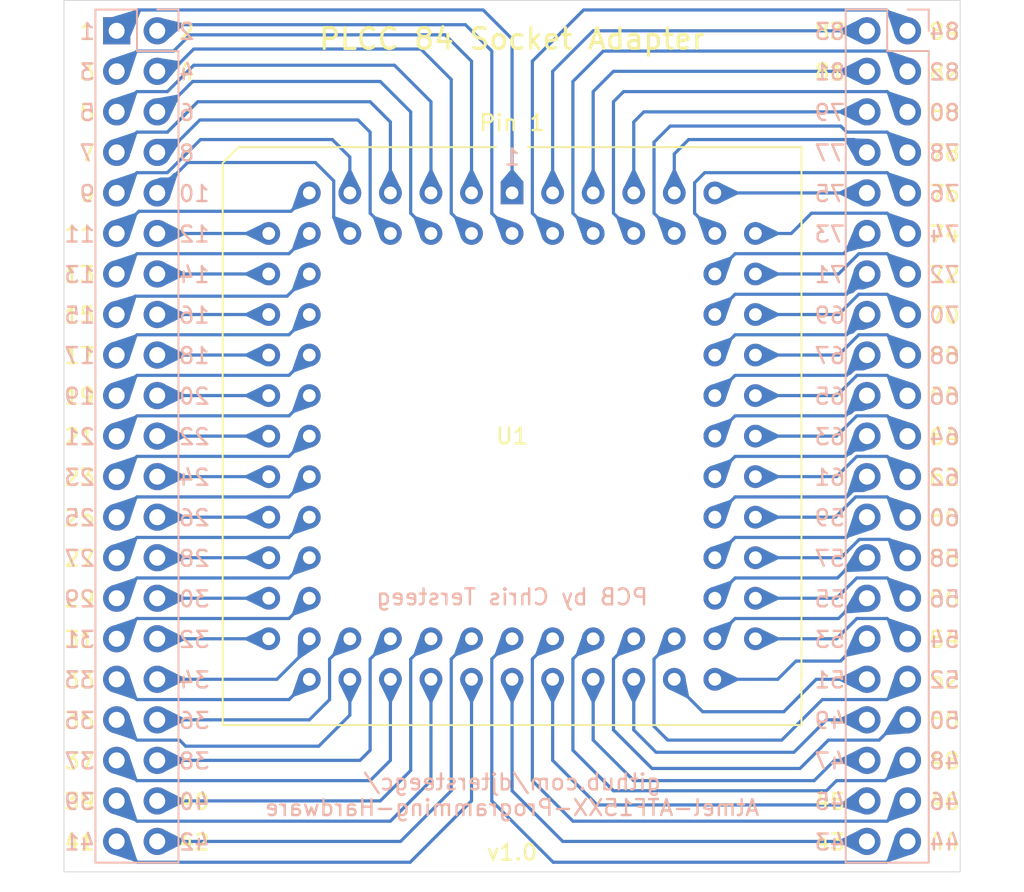
<source format=kicad_pcb>
(kicad_pcb (version 20240108) (generator "pcbnew") (generator_version "8.0")
  (title_block (title "PLCC-84 Socket Adapter") (date "2025-02-20") (rev "v1.0") (company "Chris Tersteeg"))
  (layers (0 "F.Cu" signal) (31 "B.Cu" signal) (34 "B.Paste" user) (35 "F.Paste" user) (36 "B.SilkS" user "B.Silkscreen") (37 "F.SilkS" user "F.Silkscreen") (38 "B.Mask" user) (39 "F.Mask" user) (44 "Edge.Cuts" user))
  (net 0 "")
  (net 1 "/Pin20")
  (net 2 "/Pin23")
  (net 3 "/Pin11")
  (net 4 "/Pin15")
  (net 5 "/Pin26")
  (net 6 "/Pin31")
  (net 7 "/Pin35")
  (net 8 "/Pin16")
  (net 9 "/Pin21")
  (net 10 "/Pin4")
  (net 11 "/Pin3")
  (net 12 "/Pin25")
  (net 13 "/Pin9")
  (net 14 "/Pin28")
  (net 15 "/Pin33")
  (net 16 "/Pin18")
  (net 17 "/Pin6")
  (net 18 "/Pin19")
  (net 19 "/Pin32")
  (net 20 "/Pin13")
  (net 21 "/Pin36")
  (net 22 "/Pin30")
  (net 23 "/Pin39")
  (net 24 "/Pin12")
  (net 25 "/Pin29")
  (net 26 "/Pin22")
  (net 27 "/Pin40")
  (net 28 "/Pin27")
  (net 29 "/Pin42")
  (net 30 "/Pin5")
  (net 31 "/Pin24")
  (net 32 "/Pin8")
  (net 33 "/Pin34")
  (net 34 "/Pin14")
  (net 35 "/Pin41")
  (net 36 "/Pin1")
  (net 37 "/Pin17")
  (net 38 "/Pin37")
  (net 39 "/Pin2")
  (net 40 "/Pin7")
  (net 41 "/Pin38")
  (net 42 "/Pin10")
  (net 43 "/Pin45")
  (net 44 "/Pin50")
  (net 45 "/Pin61")
  (net 46 "/Pin48")
  (net 47 "/Pin64")
  (net 48 "/Pin46")
  (net 49 "/Pin52")
  (net 50 "/Pin59")
  (net 51 "/Pin74")
  (net 52 "/Pin69")
  (net 53 "/Pin51")
  (net 54 "/Pin62")
  (net 55 "/Pin60")
  (net 56 "/Pin44")
  (net 57 "/Pin70")
  (net 58 "/Pin53")
  (net 59 "/Pin71")
  (net 60 "/Pin66")
  (net 61 "/Pin65")
  (net 62 "/Pin72")
  (net 63 "/Pin47")
  (net 64 "/Pin79")
  (net 65 "/Pin82")
  (net 66 "/Pin58")
  (net 67 "/Pin43")
  (net 68 "/Pin67")
  (net 69 "/Pin57")
  (net 70 "/Pin83")
  (net 71 "/Pin81")
  (net 72 "/Pin73")
  (net 73 "/Pin68")
  (net 74 "/Pin84")
  (net 75 "/Pin55")
  (net 76 "/Pin80")
  (net 77 "/Pin76")
  (net 78 "/Pin54")
  (net 79 "/Pin63")
  (net 80 "/Pin78")
  (net 81 "/Pin56")
  (net 82 "/Pin49")
  (net 83 "/Pin77")
  (net 84 "/Pin75")
  (footprint "Package_LCC:PLCC-84_THT-Socket" (layer "F.Cu") (at 160.02 78.74)
    (property "Reference" "U1")
    (property "Value" "ATF1508AS-10JU84")
  )
  (footprint "Connector_PinHeader_2.54mm:PinHeader_2x21_P2.54mm_Vertical" (layer "B.Cu") (at 137.795 68.58 180)
    (property "Reference" "J1" (hide yes))
    (property "Value" "Conn_02x21_Odd_Even")
  )
  (footprint "Connector_PinHeader_2.54mm:PinHeader_2x21_P2.54mm_Vertical" (layer "B.Cu") (at 184.785 68.58 180)
    (property "Reference" "J2" (hide yes))
    (property "Value" "Conn_02x21_Odd_Even")
  )
  (gr_line (start 188.087 121.285) (end 131.953 121.285) (stroke (width 0.05)) (layer "Edge.Cuts"))
  (gr_line (start 131.953 66.675) (end 188.087 66.675) (stroke (width 0.05)) (layer "Edge.Cuts"))
  (gr_line (start 131.953 121.285) (end 131.953 66.675) (stroke (width 0.05)) (layer "Edge.Cuts"))
  (gr_line (start 188.087 66.675) (end 188.087 121.285) (stroke (width 0.05)) (layer "Edge.Cuts"))
  (gr_text "51" (at 180.975 109.855 0) (layer "B.SilkS") (effects (font (size 1 1) (thickness 0.15) (bold yes)) (justify left bottom mirror)))
  (gr_text "15" (at 133.985 86.995 0) (layer "B.SilkS") (effects (font (size 1 1) (thickness 0.15) (bold yes)) (justify left bottom mirror)))
  (gr_text "53" (at 180.975 107.315 0) (layer "B.SilkS") (effects (font (size 1 1) (thickness 0.15) (bold yes)) (justify left bottom mirror)))
  (gr_text "77" (at 180.975 76.835 0) (layer "B.SilkS") (effects (font (size 1 1) (thickness 0.15) (bold yes)) (justify left bottom mirror)))
  (gr_text "PCB by Chris Tersteeg" (at 160.02 104.648 0) (layer "B.SilkS") (effects (font (size 1 1) (thickness 0.15) (bold yes)) (justify bottom mirror)))
  (gr_text "42" (at 139.065 120.015 0) (layer "B.SilkS") (effects (font (size 1 1) (thickness 0.15) (bold yes)) (justify right bottom mirror)))
  (gr_text "16" (at 139.065 86.995 0) (layer "B.SilkS") (effects (font (size 1 1) (thickness 0.15) (bold yes)) (justify right bottom mirror)))
  (gr_text "11" (at 133.985 81.915 0) (layer "B.SilkS") (effects (font (size 1 1) (thickness 0.15) (bold yes)) (justify left bottom mirror)))
  (gr_text "67" (at 180.975 89.535 0) (layer "B.SilkS") (effects (font (size 1 1) (thickness 0.15) (bold yes)) (justify left bottom mirror)))
  (gr_text "63" (at 180.975 94.615 0) (layer "B.SilkS") (effects (font (size 1 1) (thickness 0.15) (bold yes)) (justify left bottom mirror)))
  (gr_text "48" (at 186.055 114.935 0) (layer "B.SilkS") (effects (font (size 1 1) (thickness 0.15) (bold yes)) (justify right bottom mirror)))
  (gr_text "33" (at 133.985 109.855 0) (layer "B.SilkS") (effects (font (size 1 1) (thickness 0.15) (bold yes)) (justify left bottom mirror)))
  (gr_text "30" (at 139.065 104.775 0) (layer "B.SilkS") (effects (font (size 1 1) (thickness 0.15) (bold yes)) (justify right bottom mirror)))
  (gr_text "8" (at 139.065 76.835 0) (layer "B.SilkS") (effects (font (size 1 1) (thickness 0.15) (bold yes)) (justify right bottom mirror)))
  (gr_text "80" (at 186.055 74.295 0) (layer "B.SilkS") (effects (font (size 1 1) (thickness 0.15) (bold yes)) (justify right bottom mirror)))
  (gr_text "6" (at 139.065 74.295 0) (layer "B.SilkS") (effects (font (size 1 1) (thickness 0.15) (bold yes)) (justify right bottom mirror)))
  (gr_text "31" (at 133.985 107.315 0) (layer "B.SilkS") (effects (font (size 1 1) (thickness 0.15) (bold yes)) (justify left bottom mirror)))
  (gr_text "10" (at 139.065 79.375 0) (layer "B.SilkS") (effects (font (size 1 1) (thickness 0.15) (bold yes)) (justify right bottom mirror)))
  (gr_text "17" (at 133.985 89.535 0) (layer "B.SilkS") (effects (font (size 1 1) (thickness 0.15) (bold yes)) (justify left bottom mirror)))
  (gr_text "28" (at 139.065 102.235 0) (layer "B.SilkS") (effects (font (size 1 1) (thickness 0.15) (bold yes)) (justify right bottom mirror)))
  (gr_text "22" (at 139.065 94.615 0) (layer "B.SilkS") (effects (font (size 1 1) (thickness 0.15) (bold yes)) (justify right bottom mirror)))
  (gr_text "45" (at 180.975 117.475 0) (layer "B.SilkS") (effects (font (size 1 1) (thickness 0.15) (bold yes)) (justify left bottom mirror)))
  (gr_text "37" (at 133.985 114.935 0) (layer "B.SilkS") (effects (font (size 1 1) (thickness 0.15) (bold yes)) (justify left bottom mirror)))
  (gr_text "61" (at 180.975 97.155 0) (layer "B.SilkS") (effects (font (size 1 1) (thickness 0.15) (bold yes)) (justify left bottom mirror)))
  (gr_text "73" (at 180.975 81.915 0) (layer "B.SilkS") (effects (font (size 1 1) (thickness 0.15) (bold yes)) (justify left bottom mirror)))
  (gr_text "2" (at 139.065 69.215 0) (layer "B.SilkS") (effects (font (size 1 1) (thickness 0.15) (bold yes)) (justify right bottom mirror)))
  (gr_text "54" (at 186.055 107.315 0) (layer "B.SilkS") (effects (font (size 1 1) (thickness 0.15) (bold yes)) (justify right bottom mirror)))
  (gr_text "github.com/djtersteegc/\nAtmel-ATF15XX-Programming-Hardware" (at 160.02 117.856 0) (layer "B.SilkS") (effects (font (size 1 1) (thickness 0.15) (bold yes)) (justify bottom mirror)))
  (gr_text "82" (at 186.055 71.755 0) (layer "B.SilkS") (effects (font (size 1 1) (thickness 0.15) (bold yes)) (justify right bottom mirror)))
  (gr_text "20" (at 139.065 92.075 0) (layer "B.SilkS") (effects (font (size 1 1) (thickness 0.15) (bold yes)) (justify right bottom mirror)))
  (gr_text "78" (at 186.055 76.835 0) (layer "B.SilkS") (effects (font (size 1 1) (thickness 0.15) (bold yes)) (justify right bottom mirror)))
  (gr_text "44" (at 186.055 120.015 0) (layer "B.SilkS") (effects (font (size 1 1) (thickness 0.15) (bold yes)) (justify right bottom mirror)))
  (gr_text "64" (at 186.055 94.615 0) (layer "B.SilkS") (effects (font (size 1 1) (thickness 0.15) (bold yes)) (justify right bottom mirror)))
  (gr_text "46" (at 186.055 117.475 0) (layer "B.SilkS") (effects (font (size 1 1) (thickness 0.15) (bold yes)) (justify right bottom mirror)))
  (gr_text "27" (at 133.985 102.235 0) (layer "B.SilkS") (effects (font (size 1 1) (thickness 0.15) (bold yes)) (justify left bottom mirror)))
  (gr_text "25" (at 133.985 99.695 0) (layer "B.SilkS") (effects (font (size 1 1) (thickness 0.15) (bold yes)) (justify left bottom mirror)))
  (gr_text "34" (at 139.065 109.855 0) (layer "B.SilkS") (effects (font (size 1 1) (thickness 0.15) (bold yes)) (justify right bottom mirror)))
  (gr_text "24" (at 139.065 97.155 0) (layer "B.SilkS") (effects (font (size 1 1) (thickness 0.15) (bold yes)) (justify right bottom mirror)))
  (gr_text "66" (at 186.055 92.075 0) (layer "B.SilkS") (effects (font (size 1 1) (thickness 0.15) (bold yes)) (justify right bottom mirror)))
  (gr_text "36" (at 139.065 112.395 0) (layer "B.SilkS") (effects (font (size 1 1) (thickness 0.15) (bold yes)) (justify right bottom mirror)))
  (gr_text "14" (at 139.065 84.455 0) (layer "B.SilkS") (effects (font (size 1 1) (thickness 0.15) (bold yes)) (justify right bottom mirror)))
  (gr_text "1" (at 160.02 77.089 0) (layer "B.SilkS") (effects (font (size 1 1) (thickness 0.15) (bold yes)) (justify bottom mirror)))
  (gr_text "84" (at 186.055 69.215 0) (layer "B.SilkS") (effects (font (size 1 1) (thickness 0.15) (bold yes)) (justify right bottom mirror)))
  (gr_text "29" (at 133.985 104.775 0) (layer "B.SilkS") (effects (font (size 1 1) (thickness 0.15) (bold yes)) (justify left bottom mirror)))
  (gr_text "58" (at 186.055 102.235 0) (layer "B.SilkS") (effects (font (size 1 1) (thickness 0.15) (bold yes)) (justify right bottom mirror)))
  (gr_text "12" (at 139.065 81.915 0) (layer "B.SilkS") (effects (font (size 1 1) (thickness 0.15) (bold yes)) (justify right bottom mirror)))
  (gr_text "65" (at 180.975 92.075 0) (layer "B.SilkS") (effects (font (size 1 1) (thickness 0.15) (bold yes)) (justify left bottom mirror)))
  (gr_text "74" (at 186.055 81.915 0) (layer "B.SilkS") (effects (font (size 1 1) (thickness 0.15) (bold yes)) (justify right bottom mirror)))
  (gr_text "7" (at 133.985 76.835 0) (layer "B.SilkS") (effects (font (size 1 1) (thickness 0.15) (bold yes)) (justify left bottom mirror)))
  (gr_text "5" (at 133.985 74.295 0) (layer "B.SilkS") (effects (font (size 1 1) (thickness 0.15) (bold yes)) (justify left bottom mirror)))
  (gr_text "79" (at 180.975 74.295 0) (layer "B.SilkS") (effects (font (size 1 1) (thickness 0.15) (bold yes)) (justify left bottom mirror)))
  (gr_text "43" (at 180.975 120.015 0) (layer "B.SilkS") (effects (font (size 1 1) (thickness 0.15) (bold yes)) (justify left bottom mirror)))
  (gr_text "47" (at 180.975 114.935 0) (layer "B.SilkS") (effects (font (size 1 1) (thickness 0.15) (bold yes)) (justify left bottom mirror)))
  (gr_text "52" (at 186.055 109.855 0) (layer "B.SilkS") (effects (font (size 1 1) (thickness 0.15) (bold yes)) (justify right bottom mirror)))
  (gr_text "72" (at 186.055 84.455 0) (layer "B.SilkS") (effects (font (size 1 1) (thickness 0.15) (bold yes)) (justify right bottom mirror)))
  (gr_text "26" (at 139.065 99.695 0) (layer "B.SilkS") (effects (font (size 1 1) (thickness 0.15) (bold yes)) (justify right bottom mirror)))
  (gr_text "57" (at 180.975 102.235 0) (layer "B.SilkS") (effects (font (size 1 1) (thickness 0.15) (bold yes)) (justify left bottom mirror)))
  (gr_text "76" (at 186.055 79.375 0) (layer "B.SilkS") (effects (font (size 1 1) (thickness 0.15) (bold yes)) (justify right bottom mirror)))
  (gr_text "3" (at 133.985 71.755 0) (layer "B.SilkS") (effects (font (size 1 1) (thickness 0.15) (bold yes)) (justify left bottom mirror)))
  (gr_text "69" (at 180.975 86.995 0) (layer "B.SilkS") (effects (font (size 1 1) (thickness 0.15) (bold yes)) (justify left bottom mirror)))
  (gr_text "32" (at 139.065 107.315 0) (layer "B.SilkS") (effects (font (size 1 1) (thickness 0.15) (bold yes)) (justify right bottom mirror)))
  (gr_text "56" (at 186.055 104.775 0) (layer "B.SilkS") (effects (font (size 1 1) (thickness 0.15) (bold yes)) (justify right bottom mirror)))
  (gr_text "9" (at 133.985 79.375 0) (layer "B.SilkS") (effects (font (size 1 1) (thickness 0.15) (bold yes)) (justify left bottom mirror)))
  (gr_text "55" (at 180.975 104.775 0) (layer "B.SilkS") (effects (font (size 1 1) (thickness 0.15) (bold yes)) (justify left bottom mirror)))
  (gr_text "70" (at 186.055 86.995 0) (layer "B.SilkS") (effects (font (size 1 1) (thickness 0.15) (bold yes)) (justify right bottom mirror)))
  (gr_text "71" (at 180.975 84.455 0) (layer "B.SilkS") (effects (font (size 1 1) (thickness 0.15) (bold yes)) (justify left bottom mirror)))
  (gr_text "41" (at 133.985 120.015 0) (layer "B.SilkS") (effects (font (size 1 1) (thickness 0.15) (bold yes)) (justify left bottom mirror)))
  (gr_text "81" (at 180.975 71.755 0) (layer "B.SilkS") (effects (font (size 1 1) (thickness 0.15) (bold yes)) (justify left bottom mirror)))
  (gr_text "49" (at 180.975 112.395 0) (layer "B.SilkS") (effects (font (size 1 1) (thickness 0.15) (bold yes)) (justify left bottom mirror)))
  (gr_text "50" (at 186.055 112.395 0) (layer "B.SilkS") (effects (font (size 1 1) (thickness 0.15) (bold yes)) (justify right bottom mirror)))
  (gr_text "19" (at 133.985 92.075 0) (layer "B.SilkS") (effects (font (size 1 1) (thickness 0.15) (bold yes)) (justify left bottom mirror)))
  (gr_text "21" (at 133.985 94.615 0) (layer "B.SilkS") (effects (font (size 1 1) (thickness 0.15) (bold yes)) (justify left bottom mirror)))
  (gr_text "1" (at 133.985 69.215 0) (layer "B.SilkS") (effects (font (size 1 1) (thickness 0.15) (bold yes)) (justify left bottom mirror)))
  (gr_text "18" (at 139.065 89.535 0) (layer "B.SilkS") (effects (font (size 1 1) (thickness 0.15) (bold yes)) (justify right bottom mirror)))
  (gr_text "62" (at 186.055 97.155 0) (layer "B.SilkS") (effects (font (size 1 1) (thickness 0.15) (bold yes)) (justify right bottom mirror)))
  (gr_text "83" (at 180.975 69.215 0) (layer "B.SilkS") (effects (font (size 1 1) (thickness 0.15) (bold yes)) (justify left bottom mirror)))
  (gr_text "13" (at 133.985 84.455 0) (layer "B.SilkS") (effects (font (size 1 1) (thickness 0.15) (bold yes)) (justify left bottom mirror)))
  (gr_text "60" (at 186.055 99.695 0) (layer "B.SilkS") (effects (font (size 1 1) (thickness 0.15) (bold yes)) (justify right bottom mirror)))
  (gr_text "39" (at 133.985 117.475 0) (layer "B.SilkS") (effects (font (size 1 1) (thickness 0.15) (bold yes)) (justify left bottom mirror)))
  (gr_text "40" (at 139.065 117.475 0) (layer "B.SilkS") (effects (font (size 1 1) (thickness 0.15) (bold yes)) (justify right bottom mirror)))
  (gr_text "59" (at 180.975 99.695 0) (layer "B.SilkS") (effects (font (size 1 1) (thickness 0.15) (bold yes)) (justify left bottom mirror)))
  (gr_text "23" (at 133.985 97.155 0) (layer "B.SilkS") (effects (font (size 1 1) (thickness 0.15) (bold yes)) (justify left bottom mirror)))
  (gr_text "38" (at 139.065 114.935 0) (layer "B.SilkS") (effects (font (size 1 1) (thickness 0.15) (bold yes)) (justify right bottom mirror)))
  (gr_text "35" (at 133.985 112.395 0) (layer "B.SilkS") (effects (font (size 1 1) (thickness 0.15) (bold yes)) (justify left bottom mirror)))
  (gr_text "68" (at 186.055 89.535 0) (layer "B.SilkS") (effects (font (size 1 1) (thickness 0.15) (bold yes)) (justify right bottom mirror)))
  (gr_text "75" (at 180.975 79.375 0) (layer "B.SilkS") (effects (font (size 1 1) (thickness 0.15) (bold yes)) (justify left bottom mirror)))
  (gr_text "4" (at 139.065 71.755 0) (layer "B.SilkS") (effects (font (size 1 1) (thickness 0.15) (bold yes)) (justify right bottom mirror)))
  (gr_text "25" (at 133.985 99.695 0) (layer "F.SilkS") (effects (font (size 1 1) (thickness 0.15) (bold yes)) (justify right bottom)))
  (gr_text "43" (at 180.975 120.015 0) (layer "F.SilkS") (effects (font (size 1 1) (thickness 0.15) (bold yes)) (justify right bottom)))
  (gr_text "46" (at 186.055 117.475 0) (layer "F.SilkS") (effects (font (size 1 1) (thickness 0.15) (bold yes)) (justify left bottom)))
  (gr_text "80" (at 186.055 74.295 0) (layer "F.SilkS") (effects (font (size 1 1) (thickness 0.15) (bold yes)) (justify left bottom)))
  (gr_text "23" (at 133.985 97.155 0) (layer "F.SilkS") (effects (font (size 1 1) (thickness 0.15) (bold yes)) (justify right bottom)))
  (gr_text "74" (at 186.055 81.915 0) (layer "F.SilkS") (effects (font (size 1 1) (thickness 0.15) (bold yes)) (justify left bottom)))
  (gr_text "68" (at 186.055 89.535 0) (layer "F.SilkS") (effects (font (size 1 1) (thickness 0.15) (bold yes)) (justify left bottom)))
  (gr_text "60" (at 186.055 99.695 0) (layer "F.SilkS") (effects (font (size 1 1) (thickness 0.15) (bold yes)) (justify left bottom)))
  (gr_text "70" (at 186.055 86.995 0) (layer "F.SilkS") (effects (font (size 1 1) (thickness 0.15) (bold yes)) (justify left bottom)))
  (gr_text "9" (at 133.985 79.375 0) (layer "F.SilkS") (effects (font (size 1 1) (thickness 0.15) (bold yes)) (justify right bottom)))
  (gr_text "15" (at 133.985 86.995 0) (layer "F.SilkS") (effects (font (size 1 1) (thickness 0.15) (bold yes)) (justify right bottom)))
  (gr_text "11" (at 133.985 81.915 0) (layer "F.SilkS") (effects (font (size 1 1) (thickness 0.15) (bold yes)) (justify right bottom)))
  (gr_text "31" (at 133.985 107.315 0) (layer "F.SilkS") (effects (font (size 1 1) (thickness 0.15) (bold yes)) (justify right bottom)))
  (gr_text "78" (at 186.055 76.835 0) (layer "F.SilkS") (effects (font (size 1 1) (thickness 0.15) (bold yes)) (justify left bottom)))
  (gr_text "72" (at 186.055 84.455 0) (layer "F.SilkS") (effects (font (size 1 1) (thickness 0.15) (bold yes)) (justify left bottom)))
  (gr_text "45" (at 180.975 117.475 0) (layer "F.SilkS") (effects (font (size 1 1) (thickness 0.15) (bold yes)) (justify right bottom)))
  (gr_text "5" (at 133.985 74.295 0) (layer "F.SilkS") (effects (font (size 1 1) (thickness 0.15) (bold yes)) (justify right bottom)))
  (gr_text "21" (at 133.985 94.615 0) (layer "F.SilkS") (effects (font (size 1 1) (thickness 0.15) (bold yes)) (justify right bottom)))
  (gr_text "39" (at 133.985 117.475 0) (layer "F.SilkS") (effects (font (size 1 1) (thickness 0.15) (bold yes)) (justify right bottom)))
  (gr_text "52" (at 186.055 109.855 0) (layer "F.SilkS") (effects (font (size 1 1) (thickness 0.15) (bold yes)) (justify left bottom)))
  (gr_text "50" (at 186.055 112.395 0) (layer "F.SilkS") (effects (font (size 1 1) (thickness 0.15) (bold yes)) (justify left bottom)))
  (gr_text "41" (at 133.985 120.015 0) (layer "F.SilkS") (effects (font (size 1 1) (thickness 0.15) (bold yes)) (justify right bottom)))
  (gr_text "4" (at 139.065 71.755 0) (layer "F.SilkS") (effects (font (size 1 1) (thickness 0.15) (bold yes)) (justify left bottom)))
  (gr_text "40" (at 139.065 117.475 0) (layer "F.SilkS") (effects (font (size 1 1) (thickness 0.15) (bold yes)) (justify left bottom)))
  (gr_text "81" (at 180.975 71.755 0) (layer "F.SilkS") (effects (font (size 1 1) (thickness 0.15) (bold yes)) (justify right bottom)))
  (gr_text "3" (at 133.985 71.755 0) (layer "F.SilkS") (effects (font (size 1 1) (thickness 0.15) (bold yes)) (justify right bottom)))
  (gr_text "83" (at 180.975 69.215 0) (layer "F.SilkS") (effects (font (size 1 1) (thickness 0.15) (bold yes)) (justify right bottom)))
  (gr_text "62" (at 186.055 97.155 0) (layer "F.SilkS") (effects (font (size 1 1) (thickness 0.15) (bold yes)) (justify left bottom)))
  (gr_text "33" (at 133.985 109.855 0) (layer "F.SilkS") (effects (font (size 1 1) (thickness 0.15) (bold yes)) (justify right bottom)))
  (gr_text "58" (at 186.055 102.235 0) (layer "F.SilkS") (effects (font (size 1 1) (thickness 0.15) (bold yes)) (justify left bottom)))
  (gr_text "48" (at 186.055 114.935 0) (layer "F.SilkS") (effects (font (size 1 1) (thickness 0.15) (bold yes)) (justify left bottom)))
  (gr_text "42" (at 139.065 120.015 0) (layer "F.SilkS") (effects (font (size 1 1) (thickness 0.15) (bold yes)) (justify left bottom)))
  (gr_text "84" (at 186.055 69.215 0) (layer "F.SilkS") (effects (font (size 1 1) (thickness 0.15) (bold yes)) (justify left bottom)))
  (gr_text "35" (at 133.985 112.395 0) (layer "F.SilkS") (effects (font (size 1 1) (thickness 0.15) (bold yes)) (justify right bottom)))
  (gr_text "13" (at 133.985 84.455 0) (layer "F.SilkS") (effects (font (size 1 1) (thickness 0.15) (bold yes)) (justify right bottom)))
  (gr_text "56" (at 186.055 104.775 0) (layer "F.SilkS") (effects (font (size 1 1) (thickness 0.15) (bold yes)) (justify left bottom)))
  (gr_text "1" (at 133.985 69.215 0) (layer "F.SilkS") (effects (font (size 1 1) (thickness 0.15) (bold yes)) (justify right bottom)))
  (gr_text "7" (at 133.985 76.835 0) (layer "F.SilkS") (effects (font (size 1 1) (thickness 0.15) (bold yes)) (justify right bottom)))
  (gr_text "66" (at 186.055 92.075 0) (layer "F.SilkS") (effects (font (size 1 1) (thickness 0.15) (bold yes)) (justify left bottom)))
  (gr_text "19" (at 133.985 92.075 0) (layer "F.SilkS") (effects (font (size 1 1) (thickness 0.15) (bold yes)) (justify right bottom)))
  (gr_text "76" (at 186.055 79.375 0) (layer "F.SilkS") (effects (font (size 1 1) (thickness 0.15) (bold yes)) (justify left bottom)))
  (gr_text "Pin 1" (at 160.02 74.93 0) (layer "F.SilkS") (effects (font (size 1 1)) (justify bottom)))
  (gr_text "PLCC 84 Socket Adapter" (at 160.02 69.85 0) (layer "F.SilkS") (effects (font (size 1.3 1.3) (thickness 0.2)) (justify bottom)))
  (gr_text "37" (at 133.985 114.935 0) (layer "F.SilkS") (effects (font (size 1 1) (thickness 0.15) (bold yes)) (justify right bottom)))
  (gr_text "27" (at 133.985 102.235 0) (layer "F.SilkS") (effects (font (size 1 1) (thickness 0.15) (bold yes)) (justify right bottom)))
  (gr_text "64" (at 186.055 94.615 0) (layer "F.SilkS") (effects (font (size 1 1) (thickness 0.15) (bold yes)) (justify left bottom)))
  (gr_text "2" (at 139.065 69.215 0) (layer "F.SilkS") (effects (font (size 1 1) (thickness 0.15) (bold yes)) (justify left bottom)))
  (gr_text "44" (at 186.055 120.015 0) (layer "F.SilkS") (effects (font (size 1 1) (thickness 0.15) (bold yes)) (justify left bottom)))
  (gr_text "82" (at 186.055 71.755 0) (layer "F.SilkS") (effects (font (size 1 1) (thickness 0.15) (bold yes)) (justify left bottom)))
  (gr_text "29" (at 133.985 104.775 0) (layer "F.SilkS") (effects (font (size 1 1) (thickness 0.15) (bold yes)) (justify right bottom)))
  (gr_text "54" (at 186.055 107.315 0) (layer "F.SilkS") (effects (font (size 1 1) (thickness 0.15) (bold yes)) (justify left bottom)))
  (gr_text "17" (at 133.985 89.535 0) (layer "F.SilkS") (effects (font (size 1 1) (thickness 0.15) (bold yes)) (justify right bottom)))
  (gr_text "v1.0" (at 160.02 120.65 0) (layer "F.SilkS") (effects (font (size 1 1)) (justify bottom)))
  (segment (start 137.795 91.44) (end 144.78 91.44) (width 0.2) (layer "B.Cu") (net 1))
  (segment (start 146.05 95.25) (end 147.32 93.98) (width 0.2) (layer "B.Cu") (net 2))
  (segment (start 136.525 95.25) (end 146.05 95.25) (width 0.2) (layer "B.Cu") (net 2))
  (segment (start 135.255 96.52) (end 136.525 95.25) (width 0.2) (layer "B.Cu") (net 2))
  (segment (start 136.645 79.89) (end 146.17 79.89) (width 0.2) (layer "B.Cu") (net 3))
  (segment (start 146.17 79.89) (end 147.32 78.74) (width 0.2) (layer "B.Cu") (net 3))
  (segment (start 135.255 81.28) (end 136.645 79.89) (width 0.2) (layer "B.Cu") (net 3))
  (segment (start 136.405 85.21) (end 145.93 85.21) (width 0.2) (layer "B.Cu") (net 4))
  (segment (start 135.255 86.36) (end 136.405 85.21) (width 0.2) (layer "B.Cu") (net 4))
  (segment (start 145.93 85.21) (end 147.32 83.82) (width 0.2) (layer "B.Cu") (net 4))
  (segment (start 137.795 99.06) (end 144.78 99.06) (width 0.2) (layer "B.Cu") (net 5))
  (segment (start 146.05 105.41) (end 147.32 104.14) (width 0.2) (layer "B.Cu") (net 6))
  (segment (start 135.255 106.68) (end 136.525 105.41) (width 0.2) (layer "B.Cu") (net 6))
  (segment (start 136.525 105.41) (end 146.05 105.41) (width 0.2) (layer "B.Cu") (net 6))
  (segment (start 147.914 113.411) (end 149.86 111.465) (width 0.2) (layer "B.Cu") (net 7))
  (segment (start 149.86 111.465) (end 149.86 109.22) (width 0.2) (layer "B.Cu") (net 7))
  (segment (start 136.525 113.03) (end 139.192 113.03) (width 0.2) (layer "B.Cu") (net 7))
  (segment (start 135.255 111.76) (end 136.525 113.03) (width 0.2) (layer "B.Cu") (net 7))
  (segment (start 139.192 113.03) (end 139.573 113.411) (width 0.2) (layer "B.Cu") (net 7))
  (segment (start 139.573 113.411) (end 147.914 113.411) (width 0.2) (layer "B.Cu") (net 7))
  (segment (start 137.795 86.36) (end 144.78 86.36) (width 0.2) (layer "B.Cu") (net 8))
  (segment (start 136.525 92.71) (end 146.05 92.71) (width 0.2) (layer "B.Cu") (net 9))
  (segment (start 146.05 92.71) (end 147.32 91.44) (width 0.2) (layer "B.Cu") (net 9))
  (segment (start 135.255 93.98) (end 136.525 92.71) (width 0.2) (layer "B.Cu") (net 9))
  (segment (start 156.21 71.628) (end 156.21 80.01) (width 0.2) (layer "B.Cu") (net 10))
  (segment (start 138.684 71.12) (end 140.081 69.723) (width 0.2) (layer "B.Cu") (net 10))
  (segment (start 137.795 71.12) (end 138.684 71.12) (width 0.2) (layer "B.Cu") (net 10))
  (segment (start 156.21 80.01) (end 157.48 81.28) (width 0.2) (layer "B.Cu") (net 10))
  (segment (start 140.081 69.723) (end 154.305 69.723) (width 0.2) (layer "B.Cu") (net 10))
  (segment (start 154.305 69.723) (end 156.21 71.628) (width 0.2) (layer "B.Cu") (net 10))
  (segment (start 155.829 68.834) (end 157.48 70.485) (width 0.2) (layer "B.Cu") (net 11))
  (segment (start 157.48 70.485) (end 157.48 78.74) (width 0.2) (layer "B.Cu") (net 11))
  (segment (start 135.255 71.12) (end 136.525 69.85) (width 0.2) (layer "B.Cu") (net 11))
  (segment (start 138.825 69.85) (end 139.841 68.834) (width 0.2) (layer "B.Cu") (net 11))
  (segment (start 139.841 68.834) (end 155.829 68.834) (width 0.2) (layer "B.Cu") (net 11))
  (segment (start 136.525 69.85) (end 138.825 69.85) (width 0.2) (layer "B.Cu") (net 11))
  (segment (start 146.05 97.79) (end 147.32 96.52) (width 0.2) (layer "B.Cu") (net 12))
  (segment (start 136.525 97.79) (end 146.05 97.79) (width 0.2) (layer "B.Cu") (net 12))
  (segment (start 135.255 99.06) (end 136.525 97.79) (width 0.2) (layer "B.Cu") (net 12))
  (segment (start 149.86 76.495) (end 148.76 75.395) (width 0.2) (layer "B.Cu") (net 13))
  (segment (start 136.525 77.47) (end 135.255 78.74) (width 0.2) (layer "B.Cu") (net 13))
  (segment (start 140.505 75.395) (end 138.43 77.47) (width 0.2) (layer "B.Cu") (net 13))
  (segment (start 138.43 77.47) (end 136.525 77.47) (width 0.2) (layer "B.Cu") (net 13))
  (segment (start 149.86 76.495) (end 149.86 78.74) (width 0.2) (layer "B.Cu") (net 13))
  (segment (start 148.76 75.395) (end 140.505 75.395) (width 0.2) (layer "B.Cu") (net 13))
  (segment (start 137.795 101.6) (end 144.78 101.6) (width 0.2) (layer "B.Cu") (net 14))
  (segment (start 146.05 110.49) (end 147.32 109.22) (width 0.2) (layer "B.Cu") (net 15))
  (segment (start 136.525 110.49) (end 135.255 109.22) (width 0.2) (layer "B.Cu") (net 15))
  (segment (start 145.669 110.49) (end 146.05 110.49) (width 0.2) (layer "B.Cu") (net 15))
  (segment (start 145.669 110.49) (end 136.525 110.49) (width 0.2) (layer "B.Cu") (net 15))
  (segment (start 137.795 88.9) (end 144.78 88.9) (width 0.2) (layer "B.Cu") (net 16))
  (segment (start 137.795 73.66) (end 138.1125 73.66) (width 0.2) (layer "B.Cu") (net 17))
  (segment (start 151.765 71.755) (end 153.67 73.66) (width 0.2) (layer "B.Cu") (net 17))
  (segment (start 153.67 80.01) (end 154.94 81.28) (width 0.2) (layer "B.Cu") (net 17))
  (segment (start 140.0175 71.755) (end 151.765 71.755) (width 0.2) (layer "B.Cu") (net 17))
  (segment (start 153.67 73.66) (end 153.67 80.01) (width 0.2) (layer "B.Cu") (net 17))
  (segment (start 138.1125 73.66) (end 140.0175 71.755) (width 0.2) (layer "B.Cu") (net 17))
  (segment (start 136.525 90.17) (end 146.05 90.17) (width 0.2) (layer "B.Cu") (net 18))
  (segment (start 135.255 91.44) (end 136.525 90.17) (width 0.2) (layer "B.Cu") (net 18))
  (segment (start 146.05 90.17) (end 147.32 88.9) (width 0.2) (layer "B.Cu") (net 18))
  (segment (start 137.795 106.68) (end 144.78 106.68) (width 0.2) (layer "B.Cu") (net 19))
  (segment (start 146.05 82.55) (end 147.32 81.28) (width 0.2) (layer "B.Cu") (net 20))
  (segment (start 135.255 83.82) (end 136.525 82.55) (width 0.2) (layer "B.Cu") (net 20))
  (segment (start 136.525 82.55) (end 146.05 82.55) (width 0.2) (layer "B.Cu") (net 20))
  (segment (start 148.59 107.95) (end 149.86 106.68) (width 0.2) (layer "B.Cu") (net 21))
  (segment (start 147.32 111.76) (end 148.59 110.49) (width 0.2) (layer "B.Cu") (net 21))
  (segment (start 148.59 110.49) (end 148.59 107.95) (width 0.2) (layer "B.Cu") (net 21))
  (segment (start 137.795 111.76) (end 147.32 111.76) (width 0.2) (layer "B.Cu") (net 21))
  (segment (start 137.795 104.14) (end 144.78 104.14) (width 0.2) (layer "B.Cu") (net 22))
  (segment (start 136.525 118.11) (end 152.4 118.11) (width 0.2) (layer "B.Cu") (net 23))
  (segment (start 152.4 118.11) (end 154.94 115.57) (width 0.2) (layer "B.Cu") (net 23))
  (segment (start 135.255 116.84) (end 136.525 118.11) (width 0.2) (layer "B.Cu") (net 23))
  (segment (start 154.94 115.57) (end 154.94 109.22) (width 0.2) (layer "B.Cu") (net 23))
  (segment (start 137.795 81.28) (end 144.78 81.28) (width 0.2) (layer "B.Cu") (net 24))
  (segment (start 136.525 102.87) (end 146.05 102.87) (width 0.2) (layer "B.Cu") (net 25))
  (segment (start 135.255 104.14) (end 136.525 102.87) (width 0.2) (layer "B.Cu") (net 25))
  (segment (start 146.05 102.87) (end 147.32 101.6) (width 0.2) (layer "B.Cu") (net 25))
  (segment (start 137.795 93.98) (end 144.78 93.98) (width 0.2) (layer "B.Cu") (net 26))
  (segment (start 151.765 116.84) (end 153.67 114.935) (width 0.2) (layer "B.Cu") (net 27))
  (segment (start 153.67 107.95) (end 154.94 106.68) (width 0.2) (layer "B.Cu") (net 27))
  (segment (start 153.67 114.935) (end 153.67 107.95) (width 0.2) (layer "B.Cu") (net 27))
  (segment (start 137.795 116.84) (end 151.765 116.84) (width 0.2) (layer "B.Cu") (net 27))
  (segment (start 135.255 101.6) (end 136.525 100.33) (width 0.2) (layer "B.Cu") (net 28))
  (segment (start 136.525 100.33) (end 146.05 100.33) (width 0.2) (layer "B.Cu") (net 28))
  (segment (start 146.05 100.33) (end 147.32 99.06) (width 0.2) (layer "B.Cu") (net 28))
  (segment (start 153.035 119.38) (end 156.21 116.205) (width 0.2) (layer "B.Cu") (net 29))
  (segment (start 156.21 116.205) (end 156.21 107.95) (width 0.2) (layer "B.Cu") (net 29))
  (segment (start 156.21 107.95) (end 157.48 106.68) (width 0.2) (layer "B.Cu") (net 29))
  (segment (start 137.795 119.38) (end 153.035 119.38) (width 0.2) (layer "B.Cu") (net 29))
  (segment (start 135.255 73.66) (end 136.525 72.39) (width 0.2) (layer "B.Cu") (net 30))
  (segment (start 152.654 70.739) (end 154.94 73.025) (width 0.2) (layer "B.Cu") (net 30))
  (segment (start 136.525 72.39) (end 138.43 72.39) (width 0.2) (layer "B.Cu") (net 30))
  (segment (start 154.94 73.025) (end 154.94 78.74) (width 0.2) (layer "B.Cu") (net 30))
  (segment (start 138.43 72.39) (end 140.081 70.739) (width 0.2) (layer "B.Cu") (net 30))
  (segment (start 140.081 70.739) (end 152.654 70.739) (width 0.2) (layer "B.Cu") (net 30))
  (segment (start 137.795 96.52) (end 144.78 96.52) (width 0.2) (layer "B.Cu") (net 31))
  (segment (start 150.368 74.168) (end 151.13 74.93) (width 0.2) (layer "B.Cu") (net 32))
  (segment (start 151.13 74.93) (end 151.13 80.01) (width 0.2) (layer "B.Cu") (net 32))
  (segment (start 138.43 76.2) (end 140.462 74.168) (width 0.2) (layer "B.Cu") (net 32))
  (segment (start 137.795 76.2) (end 138.43 76.2) (width 0.2) (layer "B.Cu") (net 32))
  (segment (start 140.462 74.168) (end 150.368 74.168) (width 0.2) (layer "B.Cu") (net 32))
  (segment (start 151.13 80.01) (end 152.4 81.28) (width 0.2) (layer "B.Cu") (net 32))
  (segment (start 147.32 107.188) (end 147.32 106.68) (width 0.2) (layer "B.Cu") (net 33))
  (segment (start 145.288 109.22) (end 147.32 107.188) (width 0.2) (layer "B.Cu") (net 33))
  (segment (start 137.795 109.22) (end 145.288 109.22) (width 0.2) (layer "B.Cu") (net 33))
  (segment (start 137.795 83.82) (end 144.78 83.82) (width 0.2) (layer "B.Cu") (net 34))
  (segment (start 157.48 116.84) (end 157.48 109.22) (width 0.2) (layer "B.Cu") (net 35))
  (segment (start 135.255 119.38) (end 136.56 120.685) (width 0.2) (layer "B.Cu") (net 35))
  (segment (start 136.56 120.685) (end 153.635 120.685) (width 0.2) (layer "B.Cu") (net 35))
  (segment (start 153.635 120.685) (end 157.48 116.84) (width 0.2) (layer "B.Cu") (net 35))
  (segment (start 136.56 67.275) (end 158.207 67.275) (width 0.2) (layer "B.Cu") (net 36))
  (segment (start 158.207 67.275) (end 160.02 69.088) (width 0.2) (layer "B.Cu") (net 36))
  (segment (start 160.02 69.088) (end 160.02 78.74) (width 0.2) (layer "B.Cu") (net 36))
  (segment (start 135.255 68.58) (end 136.56 67.275) (width 0.2) (layer "B.Cu") (net 36))
  (segment (start 136.525 87.63) (end 146.05 87.63) (width 0.2) (layer "B.Cu") (net 37))
  (segment (start 146.05 87.63) (end 147.32 86.36) (width 0.2) (layer "B.Cu") (net 37))
  (segment (start 135.255 88.9) (end 136.525 87.63) (width 0.2) (layer "B.Cu") (net 37))
  (segment (start 151.13 115.57) (end 152.4 114.3) (width 0.2) (layer "B.Cu") (net 38))
  (segment (start 135.255 114.3) (end 136.525 115.57) (width 0.2) (layer "B.Cu") (net 38))
  (segment (start 152.4 114.3) (end 152.4 109.22) (width 0.2) (layer "B.Cu") (net 38))
  (segment (start 136.525 115.57) (end 151.13 115.57) (width 0.2) (layer "B.Cu") (net 38))
  (segment (start 158.75 69.85) (end 158.75 80.01) (width 0.2) (layer "B.Cu") (net 39))
  (segment (start 138.176 68.199) (end 157.099 68.199) (width 0.2) (layer "B.Cu") (net 39))
  (segment (start 158.75 80.01) (end 160.02 81.28) (width 0.2) (layer "B.Cu") (net 39))
  (segment (start 137.795 68.58) (end 138.176 68.199) (width 0.2) (layer "B.Cu") (net 39))
  (segment (start 157.099 68.199) (end 158.75 69.85) (width 0.2) (layer "B.Cu") (net 39))
  (segment (start 136.525 74.93) (end 138.43 74.93) (width 0.2) (layer "B.Cu") (net 40))
  (segment (start 135.255 76.2) (end 136.525 74.93) (width 0.2) (layer "B.Cu") (net 40))
  (segment (start 152.4 74.295) (end 152.4 78.74) (width 0.2) (layer "B.Cu") (net 40))
  (segment (start 151.13 73.025) (end 152.4 74.295) (width 0.2) (layer "B.Cu") (net 40))
  (segment (start 138.43 74.93) (end 140.335 73.025) (width 0.2) (layer "B.Cu") (net 40))
  (segment (start 140.335 73.025) (end 151.13 73.025) (width 0.2) (layer "B.Cu") (net 40))
  (segment (start 151.13 113.665) (end 151.13 107.95) (width 0.2) (layer "B.Cu") (net 41))
  (segment (start 151.13 107.95) (end 152.4 106.68) (width 0.2) (layer "B.Cu") (net 41))
  (segment (start 150.495 114.3) (end 151.13 113.665) (width 0.2) (layer "B.Cu") (net 41))
  (segment (start 137.795 114.3) (end 150.495 114.3) (width 0.2) (layer "B.Cu") (net 41))
  (segment (start 147.701 76.835) (end 148.8488 77.9828) (width 0.2) (layer "B.Cu") (net 42))
  (segment (start 139.7 76.835) (end 147.701 76.835) (width 0.2) (layer "B.Cu") (net 42))
  (segment (start 137.795 78.74) (end 139.7 76.835) (width 0.2) (layer "B.Cu") (net 42))
  (segment (start 148.8488 80.2688) (end 149.86 81.28) (width 0.2) (layer "B.Cu") (net 42))
  (segment (start 148.8488 77.9828) (end 148.8488 80.2688) (width 0.2) (layer "B.Cu") (net 42))
  (segment (start 181.991 117.094) (end 165.354 117.094) (width 0.2) (layer "B.Cu") (net 43))
  (segment (start 182.245 116.84) (end 181.991 117.094) (width 0.2) (layer "B.Cu") (net 43))
  (segment (start 165.354 117.094) (end 162.56 114.3) (width 0.2) (layer "B.Cu") (net 43))
  (segment (start 162.56 114.3) (end 162.56 109.22) (width 0.2) (layer "B.Cu") (net 43))
  (segment (start 168.783 114.808) (end 166.37 112.395) (width 0.2) (layer "B.Cu") (net 44))
  (segment (start 184.277 111.76) (end 183.007 113.03) (width 0.2) (layer "B.Cu") (net 44))
  (segment (start 184.785 111.76) (end 184.277 111.76) (width 0.2) (layer "B.Cu") (net 44))
  (segment (start 166.37 107.95) (end 167.64 106.68) (width 0.2) (layer "B.Cu") (net 44))
  (segment (start 178.054 114.808) (end 168.783 114.808) (width 0.2) (layer "B.Cu") (net 44))
  (segment (start 166.37 112.395) (end 166.37 107.95) (width 0.2) (layer "B.Cu") (net 44))
  (segment (start 179.832 113.03) (end 178.054 114.808) (width 0.2) (layer "B.Cu") (net 44))
  (segment (start 183.007 113.03) (end 179.832 113.03) (width 0.2) (layer "B.Cu") (net 44))
  (segment (start 182.245 96.52) (end 180.975 97.79) (width 0.2) (layer "B.Cu") (net 45))
  (segment (start 173.99 97.79) (end 172.72 99.06) (width 0.2) (layer "B.Cu") (net 45))
  (segment (start 180.975 97.79) (end 173.99 97.79) (width 0.2) (layer "B.Cu") (net 45))
  (segment (start 166.37 116.205) (end 163.83 113.665) (width 0.2) (layer "B.Cu") (net 46))
  (segment (start 179.705 116.205) (end 166.37 116.205) (width 0.2) (layer "B.Cu") (net 46))
  (segment (start 163.83 107.95) (end 165.1 106.68) (width 0.2) (layer "B.Cu") (net 46))
  (segment (start 184.658 114.3) (end 183.388 115.57) (width 0.2) (layer "B.Cu") (net 46))
  (segment (start 184.785 114.3) (end 184.658 114.3) (width 0.2) (layer "B.Cu") (net 46))
  (segment (start 163.83 113.665) (end 163.83 107.95) (width 0.2) (layer "B.Cu") (net 46))
  (segment (start 180.34 115.57) (end 179.705 116.205) (width 0.2) (layer "B.Cu") (net 46))
  (segment (start 183.388 115.57) (end 180.34 115.57) (width 0.2) (layer "B.Cu") (net 46))
  (segment (start 181.61 92.71) (end 180.34 93.98) (width 0.2) (layer "B.Cu") (net 47))
  (segment (start 183.515 92.71) (end 181.61 92.71) (width 0.2) (layer "B.Cu") (net 47))
  (segment (start 180.34 93.98) (end 175.26 93.98) (width 0.2) (layer "B.Cu") (net 47))
  (segment (start 184.785 93.98) (end 183.515 92.71) (width 0.2) (layer "B.Cu") (net 47))
  (segment (start 163.83 118.11) (end 161.29 115.57) (width 0.2) (layer "B.Cu") (net 48))
  (segment (start 161.29 115.57) (end 161.29 107.95) (width 0.2) (layer "B.Cu") (net 48))
  (segment (start 161.29 107.95) (end 162.56 106.68) (width 0.2) (layer "B.Cu") (net 48))
  (segment (start 183.515 118.11) (end 163.83 118.11) (width 0.2) (layer "B.Cu") (net 48))
  (segment (start 184.785 116.84) (end 183.515 118.11) (width 0.2) (layer "B.Cu") (net 48))
  (segment (start 176.911 113.03) (end 169.770686 113.03) (width 0.2) (layer "B.Cu") (net 49))
  (segment (start 183.515 110.49) (end 179.451 110.49) (width 0.2) (layer "B.Cu") (net 49))
  (segment (start 168.91 112.169314) (end 168.91 107.95) (width 0.2) (layer "B.Cu") (net 49))
  (segment (start 169.770686 113.03) (end 168.91 112.169314) (width 0.2) (layer "B.Cu") (net 49))
  (segment (start 168.91 107.95) (end 170.18 106.68) (width 0.2) (layer "B.Cu") (net 49))
  (segment (start 184.785 109.22) (end 183.515 110.49) (width 0.2) (layer "B.Cu") (net 49))
  (segment (start 179.451 110.49) (end 176.911 113.03) (width 0.2) (layer "B.Cu") (net 49))
  (segment (start 173.99 100.33) (end 172.72 101.6) (width 0.2) (layer "B.Cu") (net 50))
  (segment (start 182.245 99.06) (end 180.975 100.33) (width 0.2) (layer "B.Cu") (net 50))
  (segment (start 180.975 100.33) (end 173.99 100.33) (width 0.2) (layer "B.Cu") (net 50))
  (segment (start 178.775 80.01) (end 177.505 81.28) (width 0.2) (layer "B.Cu") (net 51))
  (segment (start 177.505 81.28) (end 175.26 81.28) (width 0.2) (layer "B.Cu") (net 51))
  (segment (start 183.515 80.01) (end 178.775 80.01) (width 0.2) (layer "B.Cu") (net 51))
  (segment (start 184.785 81.28) (end 183.515 80.01) (width 0.2) (layer "B.Cu") (net 51))
  (segment (start 173.99 87.63) (end 172.72 88.9) (width 0.2) (layer "B.Cu") (net 52))
  (segment (start 182.245 86.36) (end 180.975 87.63) (width 0.2) (layer "B.Cu") (net 52))
  (segment (start 180.975 87.63) (end 173.99 87.63) (width 0.2) (layer "B.Cu") (net 52))
  (segment (start 182.245 109.22) (end 179.07 109.22) (width 0.2) (layer "B.Cu") (net 53))
  (segment (start 179.07 109.22) (end 177.038 111.252) (width 0.2) (layer "B.Cu") (net 53))
  (segment (start 177.038 111.252) (end 171.958 111.252) (width 0.2) (layer "B.Cu") (net 53))
  (segment (start 171.958 111.252) (end 170.18 109.474) (width 0.2) (layer "B.Cu") (net 53))
  (segment (start 170.18 109.474) (end 170.18 109.22) (width 0.2) (layer "B.Cu") (net 53))
  (segment (start 184.785 96.52) (end 183.515 95.25) (width 0.2) (layer "B.Cu") (net 54))
  (segment (start 183.515 95.25) (end 181.61 95.25) (width 0.2) (layer "B.Cu") (net 54))
  (segment (start 180.34 96.52) (end 175.26 96.52) (width 0.2) (layer "B.Cu") (net 54))
  (segment (start 181.61 95.25) (end 180.34 96.52) (width 0.2) (layer "B.Cu") (net 54))
  (segment (start 180.270686 99.06) (end 175.26 99.06) (width 0.2) (layer "B.Cu") (net 55))
  (segment (start 181.540686 97.79) (end 180.270686 99.06) (width 0.2) (layer "B.Cu") (net 55))
  (segment (start 184.785 99.06) (end 183.515 97.79) (width 0.2) (layer "B.Cu") (net 55))
  (segment (start 183.515 97.79) (end 181.540686 97.79) (width 0.2) (layer "B.Cu") (net 55))
  (segment (start 183.48 120.685) (end 162.595 120.685) (width 0.2) (layer "B.Cu") (net 56))
  (segment (start 158.75 116.84) (end 158.75 107.95) (width 0.2) (layer "B.Cu") (net 56))
  (segment (start 184.785 119.38) (end 183.48 120.685) (width 0.2) (layer "B.Cu") (net 56))
  (segment (start 162.595 120.685) (end 158.75 116.84) (width 0.2) (layer "B.Cu") (net 56))
  (segment (start 158.75 107.95) (end 160.02 106.68) (width 0.2) (layer "B.Cu") (net 56))
  (segment (start 180.467 86.36) (end 175.26 86.36) (width 0.2) (layer "B.Cu") (net 57))
  (segment (start 184.785 86.36) (end 183.515 85.09) (width 0.2) (layer "B.Cu") (net 57))
  (segment (start 181.737 85.09) (end 180.467 86.36) (width 0.2) (layer "B.Cu") (net 57))
  (segment (start 183.515 85.09) (end 181.737 85.09) (width 0.2) (layer "B.Cu") (net 57))
  (segment (start 172.72 109.22) (end 176.657 109.22) (width 0.2) (layer "B.Cu") (net 58))
  (segment (start 180.594 108.077) (end 181.991 106.68) (width 0.2) (layer "B.Cu") (net 58))
  (segment (start 177.8 108.077) (end 180.594 108.077) (width 0.2) (layer "B.Cu") (net 58))
  (segment (start 176.657 109.22) (end 177.8 108.077) (width 0.2) (layer "B.Cu") (net 58))
  (segment (start 181.991 106.68) (end 182.245 106.68) (width 0.2) (layer "B.Cu") (net 58))
  (segment (start 180.975 85.09) (end 173.99 85.09) (width 0.2) (layer "B.Cu") (net 59))
  (segment (start 173.99 85.09) (end 172.72 86.36) (width 0.2) (layer "B.Cu") (net 59))
  (segment (start 182.245 83.82) (end 180.975 85.09) (width 0.2) (layer "B.Cu") (net 59))
  (segment (start 181.622327 90.17) (end 180.352327 91.44) (width 0.2) (layer "B.Cu") (net 60))
  (segment (start 184.785 91.44) (end 183.515 90.17) (width 0.2) (layer "B.Cu") (net 60))
  (segment (start 180.352327 91.44) (end 175.26 91.44) (width 0.2) (layer "B.Cu") (net 60))
  (segment (start 183.515 90.17) (end 181.622327 90.17) (width 0.2) (layer "B.Cu") (net 60))
  (segment (start 182.1815 91.44) (end 180.9115 92.71) (width 0.2) (layer "B.Cu") (net 61))
  (segment (start 180.9115 92.71) (end 173.99 92.71) (width 0.2) (layer "B.Cu") (net 61))
  (segment (start 173.99 92.71) (end 172.72 93.98) (width 0.2) (layer "B.Cu") (net 61))
  (segment (start 182.245 91.44) (end 182.1815 91.44) (width 0.2) (layer "B.Cu") (net 61))
  (segment (start 181.737 82.55) (end 180.467 83.82) (width 0.2) (layer "B.Cu") (net 62))
  (segment (start 183.515 82.55) (end 181.737 82.55) (width 0.2) (layer "B.Cu") (net 62))
  (segment (start 184.785 83.82) (end 183.515 82.55) (width 0.2) (layer "B.Cu") (net 62))
  (segment (start 180.467 83.82) (end 175.26 83.82) (width 0.2) (layer "B.Cu") (net 62))
  (segment (start 178.943 115.57) (end 167.64 115.57) (width 0.2) (layer "B.Cu") (net 63))
  (segment (start 182.245 114.3) (end 180.213 114.3) (width 0.2) (layer "B.Cu") (net 63))
  (segment (start 165.1 113.03) (end 165.1 109.22) (width 0.2) (layer "B.Cu") (net 63))
  (segment (start 180.213 114.3) (end 178.943 115.57) (width 0.2) (layer "B.Cu") (net 63))
  (segment (start 167.64 115.57) (end 165.1 113.03) (width 0.2) (layer "B.Cu") (net 63))
  (segment (start 182.245 73.66) (end 168.275 73.66) (width 0.2) (layer "B.Cu") (net 64))
  (segment (start 167.64 74.295) (end 167.64 78.74) (width 0.2) (layer "B.Cu") (net 64))
  (segment (start 168.275 73.66) (end 167.64 74.295) (width 0.2) (layer "B.Cu") (net 64))
  (segment (start 163.83 80.01) (end 165.1 81.28) (width 0.2) (layer "B.Cu") (net 65))
  (segment (start 184.785 71.12) (end 183.515 69.85) (width 0.2) (layer "B.Cu") (net 65))
  (segment (start 165.735 69.85) (end 163.83 71.755) (width 0.2) (layer "B.Cu") (net 65))
  (segment (start 163.83 71.755) (end 163.83 80.01) (width 0.2) (layer "B.Cu") (net 65))
  (segment (start 183.515 69.85) (end 165.735 69.85) (width 0.2) (layer "B.Cu") (net 65))
  (segment (start 180.618654 101.6) (end 175.26 101.6) (width 0.2) (layer "B.Cu") (net 66))
  (segment (start 184.785 101.6) (end 183.635 100.45) (width 0.2) (layer "B.Cu") (net 66))
  (segment (start 181.768654 100.45) (end 180.618654 101.6) (width 0.2) (layer "B.Cu") (net 66))
  (segment (start 183.635 100.45) (end 181.768654 100.45) (width 0.2) (layer "B.Cu") (net 66))
  (segment (start 182.245 119.38) (end 163.195 119.38) (width 0.2) (layer "B.Cu") (net 67))
  (segment (start 160.02 116.205) (end 160.02 109.22) (width 0.2) (layer "B.Cu") (net 67))
  (segment (start 163.195 119.38) (end 160.02 116.205) (width 0.2) (layer "B.Cu") (net 67))
  (segment (start 180.975 90.17) (end 173.99 90.17) (width 0.2) (layer "B.Cu") (net 68))
  (segment (start 173.99 90.17) (end 172.72 91.44) (width 0.2) (layer "B.Cu") (net 68))
  (segment (start 182.245 88.9) (end 180.975 90.17) (width 0.2) (layer "B.Cu") (net 68))
  (segment (start 182.245 101.6) (end 181.6735 101.6) (width 0.2) (layer "B.Cu") (net 69))
  (segment (start 180.4035 102.87) (end 173.99 102.87) (width 0.2) (layer "B.Cu") (net 69))
  (segment (start 173.99 102.87) (end 172.72 104.14) (width 0.2) (layer "B.Cu") (net 69))
  (segment (start 181.6735 101.6) (end 180.4035 102.87) (width 0.2) (layer "B.Cu") (net 69))
  (segment (start 165.1 68.58) (end 162.56 71.12) (width 0.2) (layer "B.Cu") (net 70))
  (segment (start 162.56 71.12) (end 162.56 78.74) (width 0.2) (layer "B.Cu") (net 70))
  (segment (start 182.245 68.58) (end 165.1 68.58) (width 0.2) (layer "B.Cu") (net 70))
  (segment (start 182.245 71.12) (end 166.37 71.12) (width 0.2) (layer "B.Cu") (net 71))
  (segment (start 166.37 71.12) (end 165.1 72.39) (width 0.2) (layer "B.Cu") (net 71))
  (segment (start 165.1 72.39) (end 165.1 78.74) (width 0.2) (layer "B.Cu") (net 71))
  (segment (start 173.99 82.55) (end 172.72 83.82) (width 0.2) (layer "B.Cu") (net 72))
  (segment (start 180.7845 82.55) (end 173.99 82.55) (width 0.2) (layer "B.Cu") (net 72))
  (segment (start 182.0545 81.28) (end 180.7845 82.55) (width 0.2) (layer "B.Cu") (net 72))
  (segment (start 182.245 81.28) (end 182.0545 81.28) (width 0.2) (layer "B.Cu") (net 72))
  (segment (start 181.737 87.63) (end 180.467 88.9) (width 0.2) (layer "B.Cu") (net 73))
  (segment (start 183.515 87.63) (end 181.737 87.63) (width 0.2) (layer "B.Cu") (net 73))
  (segment (start 180.467 88.9) (end 175.26 88.9) (width 0.2) (layer "B.Cu") (net 73))
  (segment (start 184.785 88.9) (end 183.515 87.63) (width 0.2) (layer "B.Cu") (net 73))
  (segment (start 183.48 67.275) (end 164.5 67.275) (width 0.2) (layer "B.Cu") (net 74))
  (segment (start 164.5 67.275) (end 161.29 70.485) (width 0.2) (layer "B.Cu") (net 74))
  (segment (start 184.785 68.58) (end 183.48 67.275) (width 0.2) (layer "B.Cu") (net 74))
  (segment (start 161.29 80.01) (end 162.56 81.28) (width 0.2) (layer "B.Cu") (net 74))
  (segment (start 161.29 70.485) (end 161.29 80.01) (width 0.2) (layer "B.Cu") (net 74))
  (segment (start 182.245 104.14) (end 181.737 104.14) (width 0.2) (layer "B.Cu") (net 75))
  (segment (start 180.467 105.41) (end 173.99 105.41) (width 0.2) (layer "B.Cu") (net 75))
  (segment (start 181.737 104.14) (end 180.467 105.41) (width 0.2) (layer "B.Cu") (net 75))
  (segment (start 173.99 105.41) (end 172.72 106.68) (width 0.2) (layer "B.Cu") (net 75))
  (segment (start 167.005 72.39) (end 166.37 73.025) (width 0.2) (layer "B.Cu") (net 76))
  (segment (start 184.785 73.66) (end 183.515 72.39) (width 0.2) (layer "B.Cu") (net 76))
  (segment (start 166.37 73.025) (end 166.37 80.01) (width 0.2) (layer "B.Cu") (net 76))
  (segment (start 183.515 72.39) (end 167.005 72.39) (width 0.2) (layer "B.Cu") (net 76))
  (segment (start 166.37 80.01) (end 167.64 81.28) (width 0.2) (layer "B.Cu") (net 76))
  (segment (start 184.785 78.74) (end 183.515 77.47) (width 0.2) (layer "B.Cu") (net 77))
  (segment (start 171.45 80.01) (end 172.72 81.28) (width 0.2) (layer "B.Cu") (net 77))
  (segment (start 171.45 78.105) (end 171.45 80.01) (width 0.2) (layer "B.Cu") (net 77))
  (segment (start 172.085 77.47) (end 171.45 78.105) (width 0.2) (layer "B.Cu") (net 77))
  (segment (start 183.515 77.47) (end 172.085 77.47) (width 0.2) (layer "B.Cu") (net 77))
  (segment (start 184.785 106.68) (end 183.515 105.41) (width 0.2) (layer "B.Cu") (net 78))
  (segment (start 180.34 106.68) (end 175.26 106.68) (width 0.2) (layer "B.Cu") (net 78))
  (segment (start 183.515 105.41) (end 181.61 105.41) (width 0.2) (layer "B.Cu") (net 78))
  (segment (start 181.61 105.41) (end 180.34 106.68) (width 0.2) (layer "B.Cu") (net 78))
  (segment (start 173.99 95.25) (end 172.72 96.52) (width 0.2) (layer "B.Cu") (net 79))
  (segment (start 182.1815 93.98) (end 180.9115 95.25) (width 0.2) (layer "B.Cu") (net 79))
  (segment (start 180.9115 95.25) (end 173.99 95.25) (width 0.2) (layer "B.Cu") (net 79))
  (segment (start 182.245 93.98) (end 182.1815 93.98) (width 0.2) (layer "B.Cu") (net 79))
  (segment (start 169.926 74.549) (end 168.91 75.565) (width 0.2) (layer "B.Cu") (net 80))
  (segment (start 180.606327 74.549) (end 169.926 74.549) (width 0.2) (layer "B.Cu") (net 80))
  (segment (start 183.515 74.93) (end 180.987327 74.93) (width 0.2) (layer "B.Cu") (net 80))
  (segment (start 180.987327 74.93) (end 180.606327 74.549) (width 0.2) (layer "B.Cu") (net 80))
  (segment (start 184.785 76.2) (end 183.515 74.93) (width 0.2) (layer "B.Cu") (net 80))
  (segment (start 168.91 75.565) (end 168.91 80.01) (width 0.2) (layer "B.Cu") (net 80))
  (segment (start 168.91 80.01) (end 170.18 81.28) (width 0.2) (layer "B.Cu") (net 80))
  (segment (start 184.785 104.14) (end 183.515 102.87) (width 0.2) (layer "B.Cu") (net 81))
  (segment (start 180.34 104.14) (end 175.26 104.14) (width 0.2) (layer "B.Cu") (net 81))
  (segment (start 181.61 102.87) (end 180.34 104.14) (width 0.2) (layer "B.Cu") (net 81))
  (segment (start 183.515 102.87) (end 181.61 102.87) (width 0.2) (layer "B.Cu") (net 81))
  (segment (start 182.245 111.76) (end 179.705 111.76) (width 0.2) (layer "B.Cu") (net 82))
  (segment (start 179.705 111.76) (end 177.673 113.792) (width 0.2) (layer "B.Cu") (net 82))
  (segment (start 167.64 112.395) (end 167.64 109.22) (width 0.2) (layer "B.Cu") (net 82))
  (segment (start 177.673 113.792) (end 169.037 113.792) (width 0.2) (layer "B.Cu") (net 82))
  (segment (start 169.037 113.792) (end 167.64 112.395) (width 0.2) (layer "B.Cu") (net 82))
  (segment (start 181.44 75.395) (end 171.079998 75.395) (width 0.2) (layer "B.Cu") (net 83))
  (segment (start 182.245 76.2) (end 181.44 75.395) (width 0.2) (layer "B.Cu") (net 83))
  (segment (start 170.18 76.294998) (end 170.18 78.74) (width 0.2) (layer "B.Cu") (net 83))
  (segment (start 171.079998 75.395) (end 170.18 76.294998) (width 0.2) (layer "B.Cu") (net 83))
  (segment (start 182.245 78.74) (end 172.72 78.74) (width 0.2) (layer "B.Cu") (net 84))
)
</source>
